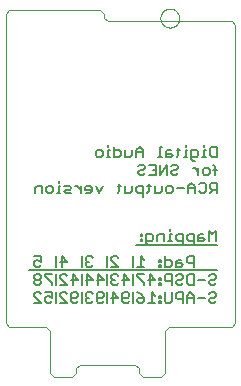
<source format=gbo>
G75*
%MOIN*%
%OFA0B0*%
%FSLAX25Y25*%
%IPPOS*%
%LPD*%
%AMOC8*
5,1,8,0,0,1.08239X$1,22.5*
%
%ADD10C,0.00500*%
%ADD11C,0.00600*%
%ADD12C,0.00000*%
D10*
X0017648Y0029625D02*
X0019983Y0029625D01*
X0017648Y0031960D01*
X0017648Y0032544D01*
X0018231Y0033128D01*
X0019399Y0033128D01*
X0019983Y0032544D01*
X0021331Y0033128D02*
X0023666Y0033128D01*
X0023666Y0031376D01*
X0022498Y0031960D01*
X0021915Y0031960D01*
X0021331Y0031376D01*
X0021331Y0030209D01*
X0021915Y0029625D01*
X0023082Y0029625D01*
X0023666Y0030209D01*
X0024894Y0029625D02*
X0024894Y0033128D01*
X0024894Y0035625D02*
X0024894Y0039128D01*
X0023666Y0039128D02*
X0021331Y0039128D01*
X0021331Y0038544D01*
X0023666Y0036209D01*
X0023666Y0035625D01*
X0026242Y0035625D02*
X0028577Y0035625D01*
X0026242Y0037960D01*
X0026242Y0038544D01*
X0026825Y0039128D01*
X0027993Y0039128D01*
X0028577Y0038544D01*
X0029925Y0037376D02*
X0032260Y0037376D01*
X0030509Y0039128D01*
X0030509Y0035625D01*
X0030509Y0033128D02*
X0031676Y0033128D01*
X0032260Y0032544D01*
X0032260Y0031960D01*
X0031676Y0031376D01*
X0029925Y0031376D01*
X0029925Y0030209D02*
X0029925Y0032544D01*
X0030509Y0033128D01*
X0028577Y0032544D02*
X0027993Y0033128D01*
X0026825Y0033128D01*
X0026242Y0032544D01*
X0026242Y0031960D01*
X0028577Y0029625D01*
X0026242Y0029625D01*
X0029925Y0030209D02*
X0030509Y0029625D01*
X0031676Y0029625D01*
X0032260Y0030209D01*
X0033488Y0029625D02*
X0033488Y0033128D01*
X0033488Y0035625D02*
X0033488Y0039128D01*
X0034836Y0037376D02*
X0037171Y0037376D01*
X0035419Y0039128D01*
X0035419Y0035625D01*
X0035419Y0033128D02*
X0034836Y0032544D01*
X0034836Y0031960D01*
X0035419Y0031376D01*
X0034836Y0030793D01*
X0034836Y0030209D01*
X0035419Y0029625D01*
X0036587Y0029625D01*
X0037171Y0030209D01*
X0036003Y0031376D02*
X0035419Y0031376D01*
X0037171Y0032544D02*
X0036587Y0033128D01*
X0035419Y0033128D01*
X0038519Y0032544D02*
X0038519Y0030209D01*
X0039103Y0029625D01*
X0040270Y0029625D01*
X0040854Y0030209D01*
X0040270Y0031376D02*
X0038519Y0031376D01*
X0038519Y0032544D02*
X0039103Y0033128D01*
X0040270Y0033128D01*
X0040854Y0032544D01*
X0040854Y0031960D01*
X0040270Y0031376D01*
X0042082Y0029625D02*
X0042082Y0033128D01*
X0042082Y0035625D02*
X0042082Y0039128D01*
X0043430Y0038544D02*
X0043430Y0037960D01*
X0044013Y0037376D01*
X0043430Y0036793D01*
X0043430Y0036209D01*
X0044013Y0035625D01*
X0045181Y0035625D01*
X0045765Y0036209D01*
X0047113Y0037376D02*
X0049448Y0037376D01*
X0047697Y0039128D01*
X0047697Y0035625D01*
X0047697Y0033128D02*
X0048864Y0033128D01*
X0049448Y0032544D01*
X0049448Y0031960D01*
X0048864Y0031376D01*
X0047113Y0031376D01*
X0047113Y0030209D02*
X0047113Y0032544D01*
X0047697Y0033128D01*
X0045765Y0031376D02*
X0043430Y0031376D01*
X0044013Y0029625D02*
X0044013Y0033128D01*
X0045765Y0031376D01*
X0047113Y0030209D02*
X0047697Y0029625D01*
X0048864Y0029625D01*
X0049448Y0030209D01*
X0050676Y0029625D02*
X0050676Y0033128D01*
X0052024Y0033128D02*
X0053191Y0032544D01*
X0054359Y0031376D01*
X0052607Y0031376D01*
X0052024Y0030793D01*
X0052024Y0030209D01*
X0052607Y0029625D01*
X0053775Y0029625D01*
X0054359Y0030209D01*
X0054359Y0031376D01*
X0055707Y0029625D02*
X0058042Y0029625D01*
X0056874Y0029625D02*
X0056874Y0033128D01*
X0058042Y0031960D01*
X0059300Y0031960D02*
X0059300Y0031376D01*
X0059884Y0031376D01*
X0059884Y0031960D01*
X0059300Y0031960D01*
X0059300Y0030209D02*
X0059300Y0029625D01*
X0059884Y0029625D01*
X0059884Y0030209D01*
X0059300Y0030209D01*
X0061232Y0030209D02*
X0061232Y0033128D01*
X0059884Y0035625D02*
X0059884Y0036209D01*
X0059300Y0036209D01*
X0059300Y0035625D01*
X0059884Y0035625D01*
X0059884Y0037376D02*
X0059300Y0037376D01*
X0059300Y0037960D01*
X0059884Y0037960D01*
X0059884Y0037376D01*
X0061232Y0037376D02*
X0061232Y0038544D01*
X0061815Y0039128D01*
X0063567Y0039128D01*
X0063567Y0035625D01*
X0063567Y0036793D02*
X0061815Y0036793D01*
X0061232Y0037376D01*
X0058042Y0037376D02*
X0055707Y0037376D01*
X0054359Y0036209D02*
X0054359Y0035625D01*
X0054359Y0036209D02*
X0052024Y0038544D01*
X0052024Y0039128D01*
X0054359Y0039128D01*
X0056291Y0039128D02*
X0058042Y0037376D01*
X0056291Y0035625D02*
X0056291Y0039128D01*
X0054359Y0041625D02*
X0052024Y0041625D01*
X0050676Y0041625D02*
X0050676Y0045128D01*
X0053191Y0045128D02*
X0053191Y0041625D01*
X0054359Y0043960D02*
X0053191Y0045128D01*
X0055677Y0049082D02*
X0055093Y0049666D01*
X0055093Y0052585D01*
X0056844Y0052585D01*
X0057428Y0052001D01*
X0057428Y0050834D01*
X0056844Y0050250D01*
X0055093Y0050250D01*
X0055677Y0049082D02*
X0056261Y0049082D01*
X0058776Y0050250D02*
X0058776Y0052001D01*
X0059360Y0052585D01*
X0061111Y0052585D01*
X0061111Y0050250D01*
X0062399Y0050250D02*
X0063567Y0050250D01*
X0062983Y0050250D02*
X0062983Y0052585D01*
X0063567Y0052585D01*
X0062983Y0053753D02*
X0062983Y0054337D01*
X0064915Y0052001D02*
X0064915Y0050834D01*
X0065498Y0050250D01*
X0067250Y0050250D01*
X0067250Y0049082D02*
X0067250Y0052585D01*
X0065498Y0052585D01*
X0064915Y0052001D01*
X0068598Y0052001D02*
X0068598Y0050834D01*
X0069182Y0050250D01*
X0070933Y0050250D01*
X0070933Y0049082D02*
X0070933Y0052585D01*
X0069182Y0052585D01*
X0068598Y0052001D01*
X0072281Y0052001D02*
X0072281Y0050250D01*
X0074032Y0050250D01*
X0074616Y0050834D01*
X0074032Y0051418D01*
X0072281Y0051418D01*
X0072281Y0052001D02*
X0072865Y0052585D01*
X0074032Y0052585D01*
X0075964Y0053753D02*
X0075964Y0050250D01*
X0077132Y0052585D02*
X0075964Y0053753D01*
X0077132Y0052585D02*
X0078299Y0053753D01*
X0078299Y0050250D01*
X0070933Y0045128D02*
X0070933Y0041625D01*
X0070933Y0042793D02*
X0069182Y0042793D01*
X0068598Y0043376D01*
X0068598Y0044544D01*
X0069182Y0045128D01*
X0070933Y0045128D01*
X0067250Y0042209D02*
X0066666Y0042793D01*
X0064915Y0042793D01*
X0064915Y0043376D02*
X0064915Y0041625D01*
X0066666Y0041625D01*
X0067250Y0042209D01*
X0066666Y0043960D02*
X0065498Y0043960D01*
X0064915Y0043376D01*
X0063567Y0043376D02*
X0063567Y0042209D01*
X0062983Y0041625D01*
X0061232Y0041625D01*
X0061232Y0045128D01*
X0061232Y0043960D02*
X0062983Y0043960D01*
X0063567Y0043376D01*
X0065498Y0039128D02*
X0064915Y0038544D01*
X0065498Y0039128D02*
X0066666Y0039128D01*
X0067250Y0038544D01*
X0067250Y0037960D01*
X0066666Y0037376D01*
X0065498Y0037376D01*
X0064915Y0036793D01*
X0064915Y0036209D01*
X0065498Y0035625D01*
X0066666Y0035625D01*
X0067250Y0036209D01*
X0068598Y0036209D02*
X0068598Y0038544D01*
X0069182Y0039128D01*
X0070933Y0039128D01*
X0070933Y0035625D01*
X0069182Y0035625D01*
X0068598Y0036209D01*
X0069765Y0033128D02*
X0068598Y0031960D01*
X0068598Y0029625D01*
X0067250Y0029625D02*
X0067250Y0033128D01*
X0065498Y0033128D01*
X0064915Y0032544D01*
X0064915Y0031376D01*
X0065498Y0030793D01*
X0067250Y0030793D01*
X0068598Y0031376D02*
X0070933Y0031376D01*
X0070933Y0031960D02*
X0070933Y0029625D01*
X0072281Y0031376D02*
X0074616Y0031376D01*
X0075964Y0030793D02*
X0075964Y0030209D01*
X0076548Y0029625D01*
X0077716Y0029625D01*
X0078299Y0030209D01*
X0077716Y0031376D02*
X0078299Y0031960D01*
X0078299Y0032544D01*
X0077716Y0033128D01*
X0076548Y0033128D01*
X0075964Y0032544D01*
X0076548Y0031376D02*
X0075964Y0030793D01*
X0076548Y0031376D02*
X0077716Y0031376D01*
X0077716Y0035625D02*
X0076548Y0035625D01*
X0075964Y0036209D01*
X0075964Y0036793D01*
X0076548Y0037376D01*
X0077716Y0037376D01*
X0078299Y0037960D01*
X0078299Y0038544D01*
X0077716Y0039128D01*
X0076548Y0039128D01*
X0075964Y0038544D01*
X0074616Y0037376D02*
X0072281Y0037376D01*
X0069765Y0033128D02*
X0070933Y0031960D01*
X0077716Y0035625D02*
X0078299Y0036209D01*
X0063567Y0033128D02*
X0063567Y0030209D01*
X0062983Y0029625D01*
X0061815Y0029625D01*
X0061232Y0030209D01*
X0059884Y0041625D02*
X0059300Y0041625D01*
X0059300Y0042209D01*
X0059884Y0042209D01*
X0059884Y0041625D01*
X0059884Y0043376D02*
X0059300Y0043376D01*
X0059300Y0043960D01*
X0059884Y0043960D01*
X0059884Y0043376D01*
X0053745Y0050250D02*
X0053745Y0050834D01*
X0053161Y0050834D01*
X0053161Y0050250D01*
X0053745Y0050250D01*
X0053745Y0052001D02*
X0053745Y0052585D01*
X0053161Y0052585D01*
X0053161Y0052001D01*
X0053745Y0052001D01*
X0045765Y0044544D02*
X0045181Y0045128D01*
X0044013Y0045128D01*
X0043430Y0044544D01*
X0043430Y0043960D01*
X0045765Y0041625D01*
X0043430Y0041625D01*
X0042082Y0041625D02*
X0042082Y0045128D01*
X0044013Y0039128D02*
X0043430Y0038544D01*
X0044013Y0039128D02*
X0045181Y0039128D01*
X0045765Y0038544D01*
X0044597Y0037376D02*
X0044013Y0037376D01*
X0040854Y0037376D02*
X0038519Y0037376D01*
X0039103Y0035625D02*
X0039103Y0039128D01*
X0040854Y0037376D01*
X0036587Y0041625D02*
X0037171Y0042209D01*
X0036587Y0041625D02*
X0035419Y0041625D01*
X0034836Y0042209D01*
X0034836Y0042793D01*
X0035419Y0043376D01*
X0036003Y0043376D01*
X0035419Y0043376D02*
X0034836Y0043960D01*
X0034836Y0044544D01*
X0035419Y0045128D01*
X0036587Y0045128D01*
X0037171Y0044544D01*
X0033488Y0045128D02*
X0033488Y0041625D01*
X0028577Y0043376D02*
X0026242Y0043376D01*
X0026825Y0041625D02*
X0026825Y0045128D01*
X0028577Y0043376D01*
X0024894Y0045128D02*
X0024894Y0041625D01*
X0019983Y0042209D02*
X0019399Y0041625D01*
X0018231Y0041625D01*
X0017648Y0042209D01*
X0017648Y0043376D01*
X0018231Y0043960D01*
X0018815Y0043960D01*
X0019983Y0043376D01*
X0019983Y0045128D01*
X0017648Y0045128D01*
X0018231Y0039128D02*
X0017648Y0038544D01*
X0017648Y0037960D01*
X0018231Y0037376D01*
X0019399Y0037376D01*
X0019983Y0037960D01*
X0019983Y0038544D01*
X0019399Y0039128D01*
X0018231Y0039128D01*
X0018231Y0037376D02*
X0017648Y0036793D01*
X0017648Y0036209D01*
X0018231Y0035625D01*
X0019399Y0035625D01*
X0019983Y0036209D01*
X0019983Y0036793D01*
X0019399Y0037376D01*
X0020295Y0066188D02*
X0020295Y0068523D01*
X0018544Y0068523D01*
X0017960Y0067939D01*
X0017960Y0066188D01*
X0021643Y0066771D02*
X0021643Y0067939D01*
X0022227Y0068523D01*
X0023395Y0068523D01*
X0023979Y0067939D01*
X0023979Y0066771D01*
X0023395Y0066188D01*
X0022227Y0066188D01*
X0021643Y0066771D01*
X0025266Y0066188D02*
X0026434Y0066188D01*
X0025850Y0066188D02*
X0025850Y0068523D01*
X0026434Y0068523D01*
X0025850Y0069690D02*
X0025850Y0070274D01*
X0027782Y0068523D02*
X0029533Y0068523D01*
X0030117Y0067939D01*
X0029533Y0067355D01*
X0028366Y0067355D01*
X0027782Y0066771D01*
X0028366Y0066188D01*
X0030117Y0066188D01*
X0031435Y0068523D02*
X0032019Y0068523D01*
X0033186Y0067355D01*
X0033186Y0066188D02*
X0033186Y0068523D01*
X0034534Y0067939D02*
X0034534Y0067355D01*
X0036870Y0067355D01*
X0036870Y0066771D02*
X0036870Y0067939D01*
X0036286Y0068523D01*
X0035118Y0068523D01*
X0034534Y0067939D01*
X0035118Y0066188D02*
X0036286Y0066188D01*
X0036870Y0066771D01*
X0038217Y0068523D02*
X0039385Y0066188D01*
X0040553Y0068523D01*
X0045524Y0068523D02*
X0046691Y0068523D01*
X0046108Y0069107D02*
X0046108Y0066771D01*
X0045524Y0066188D01*
X0048039Y0066188D02*
X0048039Y0068523D01*
X0048039Y0066188D02*
X0049791Y0066188D01*
X0050374Y0066771D01*
X0050374Y0068523D01*
X0051722Y0067939D02*
X0051722Y0066771D01*
X0052306Y0066188D01*
X0054058Y0066188D01*
X0054058Y0065020D02*
X0054058Y0068523D01*
X0052306Y0068523D01*
X0051722Y0067939D01*
X0052920Y0072188D02*
X0054088Y0072188D01*
X0054671Y0072771D01*
X0054088Y0073939D02*
X0052920Y0073939D01*
X0052336Y0073355D01*
X0052336Y0072771D01*
X0052920Y0072188D01*
X0054088Y0073939D02*
X0054671Y0074523D01*
X0054671Y0075107D01*
X0054088Y0075690D01*
X0052920Y0075690D01*
X0052336Y0075107D01*
X0051722Y0078188D02*
X0051722Y0080523D01*
X0052890Y0081690D01*
X0054058Y0080523D01*
X0054058Y0078188D01*
X0054058Y0079939D02*
X0051722Y0079939D01*
X0050374Y0080523D02*
X0050374Y0078771D01*
X0049791Y0078188D01*
X0048039Y0078188D01*
X0048039Y0080523D01*
X0046691Y0079939D02*
X0046691Y0078771D01*
X0046108Y0078188D01*
X0044356Y0078188D01*
X0044356Y0081690D01*
X0044356Y0080523D02*
X0046108Y0080523D01*
X0046691Y0079939D01*
X0043008Y0080523D02*
X0042424Y0080523D01*
X0042424Y0078188D01*
X0041841Y0078188D02*
X0043008Y0078188D01*
X0040553Y0078771D02*
X0039969Y0078188D01*
X0038801Y0078188D01*
X0038217Y0078771D01*
X0038217Y0079939D01*
X0038801Y0080523D01*
X0039969Y0080523D01*
X0040553Y0079939D01*
X0040553Y0078771D01*
X0042424Y0081690D02*
X0042424Y0082274D01*
X0055345Y0068523D02*
X0056513Y0068523D01*
X0055929Y0069107D02*
X0055929Y0066771D01*
X0055345Y0066188D01*
X0057861Y0066188D02*
X0057861Y0068523D01*
X0057861Y0066188D02*
X0059612Y0066188D01*
X0060196Y0066771D01*
X0060196Y0068523D01*
X0061544Y0067939D02*
X0061544Y0066771D01*
X0062128Y0066188D01*
X0063296Y0066188D01*
X0063879Y0066771D01*
X0063879Y0067939D01*
X0063296Y0068523D01*
X0062128Y0068523D01*
X0061544Y0067939D01*
X0062038Y0072188D02*
X0062038Y0075690D01*
X0059702Y0072188D01*
X0059702Y0075690D01*
X0059612Y0078188D02*
X0059612Y0081690D01*
X0060196Y0081690D01*
X0061544Y0079939D02*
X0061544Y0078188D01*
X0063296Y0078188D01*
X0063879Y0078771D01*
X0063296Y0079355D01*
X0061544Y0079355D01*
X0061544Y0079939D02*
X0062128Y0080523D01*
X0063296Y0080523D01*
X0065167Y0080523D02*
X0066335Y0080523D01*
X0065751Y0081107D02*
X0065751Y0078771D01*
X0065167Y0078188D01*
X0065137Y0075690D02*
X0065721Y0075107D01*
X0065721Y0074523D01*
X0065137Y0073939D01*
X0063969Y0073939D01*
X0063386Y0073355D01*
X0063386Y0072771D01*
X0063969Y0072188D01*
X0065137Y0072188D01*
X0065721Y0072771D01*
X0065137Y0075690D02*
X0063969Y0075690D01*
X0063386Y0075107D01*
X0060196Y0078188D02*
X0059029Y0078188D01*
X0058355Y0075690D02*
X0058355Y0072188D01*
X0056019Y0072188D01*
X0057187Y0073939D02*
X0058355Y0073939D01*
X0058355Y0075690D02*
X0056019Y0075690D01*
X0065227Y0067939D02*
X0067562Y0067939D01*
X0068910Y0067939D02*
X0071246Y0067939D01*
X0071246Y0068523D02*
X0070078Y0069690D01*
X0068910Y0068523D01*
X0068910Y0066188D01*
X0071246Y0066188D02*
X0071246Y0068523D01*
X0072593Y0069107D02*
X0073177Y0069690D01*
X0074345Y0069690D01*
X0074929Y0069107D01*
X0074929Y0066771D01*
X0074345Y0066188D01*
X0073177Y0066188D01*
X0072593Y0066771D01*
X0076277Y0066188D02*
X0077444Y0067355D01*
X0076860Y0067355D02*
X0078612Y0067355D01*
X0078612Y0066188D02*
X0078612Y0069690D01*
X0076860Y0069690D01*
X0076277Y0069107D01*
X0076277Y0067939D01*
X0076860Y0067355D01*
X0078028Y0072188D02*
X0078028Y0075107D01*
X0077444Y0075690D01*
X0076860Y0078188D02*
X0076277Y0078771D01*
X0076277Y0081107D01*
X0076860Y0081690D01*
X0078612Y0081690D01*
X0078612Y0078188D01*
X0076860Y0078188D01*
X0074929Y0078188D02*
X0073761Y0078188D01*
X0074345Y0078188D02*
X0074345Y0080523D01*
X0074929Y0080523D01*
X0074345Y0081690D02*
X0074345Y0082274D01*
X0072473Y0079939D02*
X0072473Y0078771D01*
X0071890Y0078188D01*
X0070138Y0078188D01*
X0070138Y0077604D02*
X0070138Y0080523D01*
X0071890Y0080523D01*
X0072473Y0079939D01*
X0071306Y0077020D02*
X0070722Y0077020D01*
X0070138Y0077604D01*
X0068790Y0078188D02*
X0067623Y0078188D01*
X0068206Y0078188D02*
X0068206Y0080523D01*
X0068790Y0080523D01*
X0068206Y0081690D02*
X0068206Y0082274D01*
X0070722Y0074523D02*
X0071306Y0074523D01*
X0072473Y0073355D01*
X0072473Y0072188D02*
X0072473Y0074523D01*
X0073821Y0073939D02*
X0074405Y0074523D01*
X0075573Y0074523D01*
X0076156Y0073939D01*
X0076156Y0072771D01*
X0075573Y0072188D01*
X0074405Y0072188D01*
X0073821Y0072771D01*
X0073821Y0073939D01*
X0077444Y0073939D02*
X0078612Y0073939D01*
X0050676Y0039128D02*
X0050676Y0035625D01*
D11*
X0051674Y0049062D02*
X0078549Y0049062D01*
X0078549Y0040625D02*
X0016049Y0040625D01*
D12*
X0021674Y0021562D02*
X0009487Y0021562D01*
X0008237Y0022812D01*
X0008237Y0125937D01*
X0009487Y0127187D01*
X0039799Y0127187D01*
X0041049Y0125937D01*
X0041049Y0124687D01*
X0042299Y0123437D01*
X0083549Y0123437D01*
X0084799Y0122187D01*
X0084799Y0022812D01*
X0083549Y0021562D01*
X0062612Y0021562D01*
X0061362Y0020313D01*
X0061362Y0006250D01*
X0060112Y0005000D01*
X0053862Y0005000D01*
X0052612Y0006250D01*
X0052612Y0007812D01*
X0051362Y0009063D01*
X0032924Y0009063D01*
X0031674Y0007812D01*
X0031674Y0006250D01*
X0030424Y0005000D01*
X0024174Y0005000D01*
X0022924Y0006250D01*
X0022924Y0020313D01*
X0021674Y0021562D01*
X0059774Y0124560D02*
X0059776Y0124672D01*
X0059782Y0124783D01*
X0059792Y0124895D01*
X0059806Y0125006D01*
X0059823Y0125116D01*
X0059845Y0125226D01*
X0059871Y0125335D01*
X0059900Y0125443D01*
X0059933Y0125549D01*
X0059970Y0125655D01*
X0060011Y0125759D01*
X0060056Y0125862D01*
X0060104Y0125963D01*
X0060155Y0126062D01*
X0060210Y0126159D01*
X0060269Y0126254D01*
X0060330Y0126348D01*
X0060395Y0126439D01*
X0060464Y0126527D01*
X0060535Y0126613D01*
X0060609Y0126697D01*
X0060687Y0126777D01*
X0060767Y0126855D01*
X0060850Y0126931D01*
X0060935Y0127003D01*
X0061023Y0127072D01*
X0061113Y0127138D01*
X0061206Y0127200D01*
X0061301Y0127260D01*
X0061398Y0127316D01*
X0061496Y0127368D01*
X0061597Y0127417D01*
X0061699Y0127462D01*
X0061803Y0127504D01*
X0061908Y0127542D01*
X0062015Y0127576D01*
X0062122Y0127606D01*
X0062231Y0127633D01*
X0062340Y0127655D01*
X0062451Y0127674D01*
X0062561Y0127689D01*
X0062673Y0127700D01*
X0062784Y0127707D01*
X0062896Y0127710D01*
X0063008Y0127709D01*
X0063120Y0127704D01*
X0063231Y0127695D01*
X0063342Y0127682D01*
X0063453Y0127665D01*
X0063563Y0127645D01*
X0063672Y0127620D01*
X0063780Y0127592D01*
X0063887Y0127559D01*
X0063993Y0127523D01*
X0064097Y0127483D01*
X0064200Y0127440D01*
X0064302Y0127393D01*
X0064401Y0127342D01*
X0064499Y0127288D01*
X0064595Y0127230D01*
X0064689Y0127169D01*
X0064780Y0127105D01*
X0064869Y0127038D01*
X0064956Y0126967D01*
X0065040Y0126893D01*
X0065122Y0126817D01*
X0065200Y0126737D01*
X0065276Y0126655D01*
X0065349Y0126570D01*
X0065419Y0126483D01*
X0065485Y0126393D01*
X0065549Y0126301D01*
X0065609Y0126207D01*
X0065666Y0126111D01*
X0065719Y0126012D01*
X0065769Y0125912D01*
X0065815Y0125811D01*
X0065858Y0125707D01*
X0065897Y0125602D01*
X0065932Y0125496D01*
X0065963Y0125389D01*
X0065991Y0125280D01*
X0066014Y0125171D01*
X0066034Y0125061D01*
X0066050Y0124950D01*
X0066062Y0124839D01*
X0066070Y0124728D01*
X0066074Y0124616D01*
X0066074Y0124504D01*
X0066070Y0124392D01*
X0066062Y0124281D01*
X0066050Y0124170D01*
X0066034Y0124059D01*
X0066014Y0123949D01*
X0065991Y0123840D01*
X0065963Y0123731D01*
X0065932Y0123624D01*
X0065897Y0123518D01*
X0065858Y0123413D01*
X0065815Y0123309D01*
X0065769Y0123208D01*
X0065719Y0123108D01*
X0065666Y0123009D01*
X0065609Y0122913D01*
X0065549Y0122819D01*
X0065485Y0122727D01*
X0065419Y0122637D01*
X0065349Y0122550D01*
X0065276Y0122465D01*
X0065200Y0122383D01*
X0065122Y0122303D01*
X0065040Y0122227D01*
X0064956Y0122153D01*
X0064869Y0122082D01*
X0064780Y0122015D01*
X0064689Y0121951D01*
X0064595Y0121890D01*
X0064499Y0121832D01*
X0064401Y0121778D01*
X0064302Y0121727D01*
X0064200Y0121680D01*
X0064097Y0121637D01*
X0063993Y0121597D01*
X0063887Y0121561D01*
X0063780Y0121528D01*
X0063672Y0121500D01*
X0063563Y0121475D01*
X0063453Y0121455D01*
X0063342Y0121438D01*
X0063231Y0121425D01*
X0063120Y0121416D01*
X0063008Y0121411D01*
X0062896Y0121410D01*
X0062784Y0121413D01*
X0062673Y0121420D01*
X0062561Y0121431D01*
X0062451Y0121446D01*
X0062340Y0121465D01*
X0062231Y0121487D01*
X0062122Y0121514D01*
X0062015Y0121544D01*
X0061908Y0121578D01*
X0061803Y0121616D01*
X0061699Y0121658D01*
X0061597Y0121703D01*
X0061496Y0121752D01*
X0061398Y0121804D01*
X0061301Y0121860D01*
X0061206Y0121920D01*
X0061113Y0121982D01*
X0061023Y0122048D01*
X0060935Y0122117D01*
X0060850Y0122189D01*
X0060767Y0122265D01*
X0060687Y0122343D01*
X0060609Y0122423D01*
X0060535Y0122507D01*
X0060464Y0122593D01*
X0060395Y0122681D01*
X0060330Y0122772D01*
X0060269Y0122866D01*
X0060210Y0122961D01*
X0060155Y0123058D01*
X0060104Y0123157D01*
X0060056Y0123258D01*
X0060011Y0123361D01*
X0059970Y0123465D01*
X0059933Y0123571D01*
X0059900Y0123677D01*
X0059871Y0123785D01*
X0059845Y0123894D01*
X0059823Y0124004D01*
X0059806Y0124114D01*
X0059792Y0124225D01*
X0059782Y0124337D01*
X0059776Y0124448D01*
X0059774Y0124560D01*
M02*

</source>
